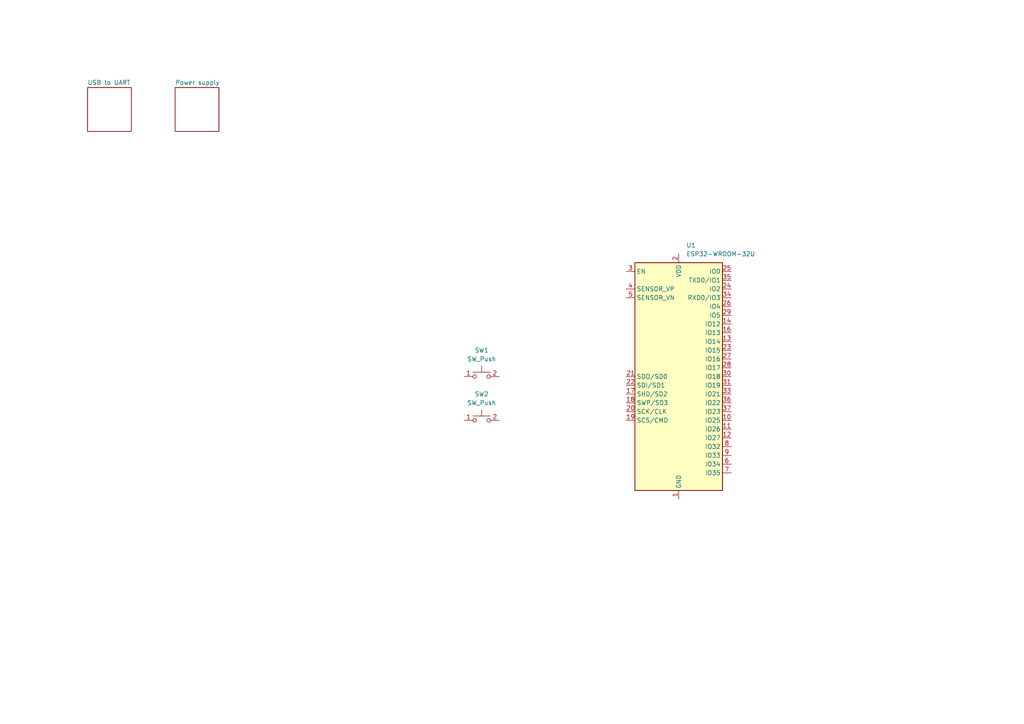
<source format=kicad_sch>
(kicad_sch (version 20231120) (generator "eeschema") (generator_version "8.0")
  (paper "A4")
  (lib_symbols
    (symbol "RF_Module:ESP32-WROOM-32U"
      (property "Reference" "U" (at -12.7 34.29 0))
      (property "Value" "ESP32-WROOM-32U" (at 1.27 34.29 0))
      (symbol "ESP32-WROOM-32U_0_1"
        (rectangle (start -12.7 33.02) (end 12.7 -33.02) (stroke (width 0.254)) (fill (type background)))
      )
      (symbol "ESP32-WROOM-32U_1_1"
        (pin power_in line (at 0 -35.56 90) (length 2.54) (name "GND") (number "1"))
        (pin bidirectional line (at 15.24 -12.7 180) (length 2.54) (name "IO25") (number "10"))
        (pin bidirectional line (at 15.24 -15.24 180) (length 2.54) (name "IO26") (number "11"))
        (pin bidirectional line (at 15.24 -17.78 180) (length 2.54) (name "IO27") (number "12"))
        (pin bidirectional line (at 15.24 10.16 180) (length 2.54) (name "IO14") (number "13"))
        (pin bidirectional line (at 15.24 15.24 180) (length 2.54) (name "IO12") (number "14"))
        (pin passive line (at 0 -35.56 90) (length 2.54) hide (name "GND") (number "15"))
        (pin bidirectional line (at 15.24 12.7 180) (length 2.54) (name "IO13") (number "16"))
        (pin bidirectional line (at -15.24 -5.08 0) (length 2.54) (name "SHD/SD2") (number "17"))
        (pin bidirectional line (at -15.24 -7.62 0) (length 2.54) (name "SWP/SD3") (number "18"))
        (pin bidirectional line (at -15.24 -12.7 0) (length 2.54) (name "SCS/CMD") (number "19"))
        (pin power_in line (at 0 35.56 270) (length 2.54) (name "VDD") (number "2"))
        (pin bidirectional line (at -15.24 -10.16 0) (length 2.54) (name "SCK/CLK") (number "20"))
        (pin bidirectional line (at -15.24 0 0) (length 2.54) (name "SDO/SD0") (number "21"))
        (pin bidirectional line (at -15.24 -2.54 0) (length 2.54) (name "SDI/SD1") (number "22"))
        (pin bidirectional line (at 15.24 7.62 180) (length 2.54) (name "IO15") (number "23"))
        (pin bidirectional line (at 15.24 25.4 180) (length 2.54) (name "IO2") (number "24"))
        (pin bidirectional line (at 15.24 30.48 180) (length 2.54) (name "IO0") (number "25"))
        (pin bidirectional line (at 15.24 20.32 180) (length 2.54) (name "IO4") (number "26"))
        (pin bidirectional line (at 15.24 5.08 180) (length 2.54) (name "IO16") (number "27"))
        (pin bidirectional line (at 15.24 2.54 180) (length 2.54) (name "IO17") (number "28"))
        (pin bidirectional line (at 15.24 17.78 180) (length 2.54) (name "IO5") (number "29"))
        (pin input line (at -15.24 30.48 0) (length 2.54) (name "EN") (number "3"))
        (pin bidirectional line (at 15.24 0 180) (length 2.54) (name "IO18") (number "30"))
        (pin bidirectional line (at 15.24 -2.54 180) (length 2.54) (name "IO19") (number "31"))
        (pin no_connect line (at -12.7 -27.94 0) (length 2.54) hide (name "NC") (number "32"))
        (pin bidirectional line (at 15.24 -5.08 180) (length 2.54) (name "IO21") (number "33"))
        (pin bidirectional line (at 15.24 22.86 180) (length 2.54) (name "RXD0/IO3") (number "34"))
        (pin bidirectional line (at 15.24 27.94 180) (length 2.54) (name "TXD0/IO1") (number "35"))
        (pin bidirectional line (at 15.24 -7.62 180) (length 2.54) (name "IO22") (number "36"))
        (pin bidirectional line (at 15.24 -10.16 180) (length 2.54) (name "IO23") (number "37"))
        (pin passive line (at 0 -35.56 90) (length 2.54) hide (name "GND") (number "38"))
        (pin passive line (at 0 -35.56 90) (length 2.54) hide (name "GND") (number "39"))
        (pin input line (at -15.24 25.4 0) (length 2.54) (name "SENSOR_VP") (number "4"))
        (pin input line (at -15.24 22.86 0) (length 2.54) (name "SENSOR_VN") (number "5"))
        (pin input line (at 15.24 -25.4 180) (length 2.54) (name "IO34") (number "6"))
        (pin input line (at 15.24 -27.94 180) (length 2.54) (name "IO35") (number "7"))
        (pin bidirectional line (at 15.24 -20.32 180) (length 2.54) (name "IO32") (number "8"))
        (pin bidirectional line (at 15.24 -22.86 180) (length 2.54) (name "IO33") (number "9"))
      )
    )
    (symbol "SW_Push_1" (pin_names (offset 1.016) hide)
      (property "Reference" "SW" (at 1.27 2.54 0))
      (property "Value" "SW_Push" (at 0 -1.524 0))
      (symbol "SW_Push_1_0_1"
        (circle (center -2.032 0) (radius 0.508))
        (polyline (pts (xy 0 1.27) (xy 0 3.048)))
        (polyline (pts (xy 2.54 1.27) (xy -2.54 1.27)))
        (circle (center 2.032 0) (radius 0.508))
        (pin passive line (at -5.08 0 0) (length 2.54) (name "1") (number "1"))
        (pin passive line (at 5.08 0 180) (length 2.54) (name "2") (number "2"))
      )
    )
    (symbol "Switch:SW_Push" (pin_names (offset 1.016) hide)
      (property "Reference" "SW" (at 1.27 2.54 0))
      (property "Value" "SW_Push" (at 0 -1.524 0))
      (symbol "SW_Push_0_1"
        (circle (center -2.032 0) (radius 0.508))
        (polyline (pts (xy 0 1.27) (xy 0 3.048)))
        (polyline (pts (xy 2.54 1.27) (xy -2.54 1.27)))
        (circle (center 2.032 0) (radius 0.508))
        (pin passive line (at -5.08 0 0) (length 2.54) (name "1") (number "1"))
        (pin passive line (at 5.08 0 180) (length 2.54) (name "2") (number "2"))
      )
    )
  )
  (symbol (lib_id "Switch:SW_Push") (at 139.7 121.92 0) (unit 1)
    (property "Reference" "SW2" (at 139.7 114.3 0))
    (property "Value" "SW_Push" (at 139.7 116.84 0))
    (property "Description" "Push button switch, generic, two pins" (effects (hide yes)))
  )
  (symbol (lib_id "RF_Module:ESP32-WROOM-32U") (at 196.85 109.22 0) (unit 1)
    (property "Reference" "U1" (at 199.0441 71.12 0) (effects (justify left)))
    (property "Value" "ESP32-WROOM-32U" (at 199.0441 73.66 0) (effects (justify left)))
    (property "Footprint" "RF_Module:ESP32-WROOM-32U" (effects (hide yes)))
    (property "Datasheet" "https://www.espressif.com/sites/default/files/documentation/esp32-wroom-32d_esp32-wroom-32u_datasheet_en.pdf" (effects (hide yes)))
    (property "Description" "RF Module, ESP32-D0WD SoC, Wi-Fi 802.11b/g/n, Bluetooth, BLE, 32-bit, 2.7-3.6V, external antenna, SMD" (effects (hide yes)))
    (property "IC" "https://www.tme.eu/pl/details/esp32-wroom-32u-16/moduly-iot-wifi-bluetooth/espressif/esp32-wroom-32u-n16/" (effects (hide yes)))
  )
  (symbol (lib_name "SW_Push_1") (lib_id "Switch:SW_Push") (at 139.7 109.22 0) (unit 1)
    (property "Reference" "SW1" (at 139.7 101.6 0))
    (property "Value" "SW_Push" (at 139.7 104.14 0))
    (property "Description" "Push button switch, generic, two pins" (effects (hide yes)))
  )
  (sheet (at 25.4 25.4) (size 12.7 12.7) (stroke (width 0.1524))
    (property "Sheetname" "USB to UART" (at 25.4 24.6884 0) (effects (justify left bottom)))
    (property "Sheetfile" "USB_to_UART.kicad_sch" (effects (hide yes)))
  )
  (sheet (at 50.8 25.4) (size 12.7 12.7) (stroke (width 0.1524))
    (property "Sheetname" "Power supply" (at 50.8 24.6884 0) (effects (justify left bottom)))
    (property "Sheetfile" "Power_supply.kicad_sch" (effects (hide yes)))
  )
)
</source>
